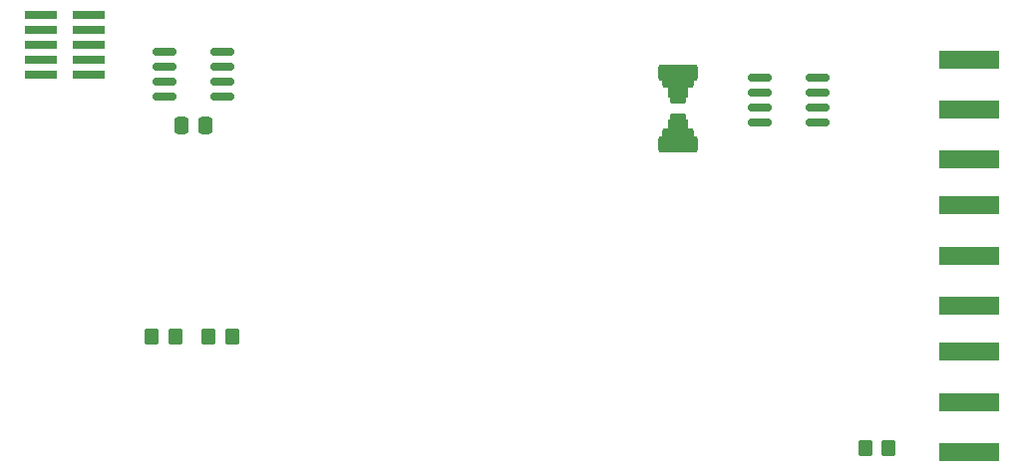
<source format=gbr>
%TF.GenerationSoftware,KiCad,Pcbnew,6.0.1*%
%TF.CreationDate,2022-03-08T15:25:22+01:00*%
%TF.ProjectId,glitcher,676c6974-6368-4657-922e-6b696361645f,4*%
%TF.SameCoordinates,Original*%
%TF.FileFunction,Paste,Top*%
%TF.FilePolarity,Positive*%
%FSLAX46Y46*%
G04 Gerber Fmt 4.6, Leading zero omitted, Abs format (unit mm)*
G04 Created by KiCad (PCBNEW 6.0.1) date 2022-03-08 15:25:22*
%MOMM*%
%LPD*%
G01*
G04 APERTURE LIST*
G04 Aperture macros list*
%AMRoundRect*
0 Rectangle with rounded corners*
0 $1 Rounding radius*
0 $2 $3 $4 $5 $6 $7 $8 $9 X,Y pos of 4 corners*
0 Add a 4 corners polygon primitive as box body*
4,1,4,$2,$3,$4,$5,$6,$7,$8,$9,$2,$3,0*
0 Add four circle primitives for the rounded corners*
1,1,$1+$1,$2,$3*
1,1,$1+$1,$4,$5*
1,1,$1+$1,$6,$7*
1,1,$1+$1,$8,$9*
0 Add four rect primitives between the rounded corners*
20,1,$1+$1,$2,$3,$4,$5,0*
20,1,$1+$1,$4,$5,$6,$7,0*
20,1,$1+$1,$6,$7,$8,$9,0*
20,1,$1+$1,$8,$9,$2,$3,0*%
G04 Aperture macros list end*
%ADD10RoundRect,0.250000X0.450000X-0.350000X0.450000X0.350000X-0.450000X0.350000X-0.450000X-0.350000X0*%
%ADD11R,5.080000X1.500000*%
%ADD12RoundRect,0.249999X1.075001X-0.450001X1.075001X0.450001X-1.075001X0.450001X-1.075001X-0.450001X0*%
%ADD13RoundRect,0.250000X0.350000X0.450000X-0.350000X0.450000X-0.350000X-0.450000X0.350000X-0.450000X0*%
%ADD14R,2.790000X0.740000*%
%ADD15RoundRect,0.250000X-0.350000X-0.450000X0.350000X-0.450000X0.350000X0.450000X-0.350000X0.450000X0*%
%ADD16RoundRect,0.249999X1.425001X-0.450001X1.425001X0.450001X-1.425001X0.450001X-1.425001X-0.450001X0*%
%ADD17RoundRect,0.250000X0.337500X0.475000X-0.337500X0.475000X-0.337500X-0.475000X0.337500X-0.475000X0*%
%ADD18RoundRect,0.250000X0.625000X-0.400000X0.625000X0.400000X-0.625000X0.400000X-0.625000X-0.400000X0*%
%ADD19RoundRect,0.150000X-0.825000X-0.150000X0.825000X-0.150000X0.825000X0.150000X-0.825000X0.150000X0*%
G04 APERTURE END LIST*
D10*
%TO.C,R300d1*%
X135128000Y-88179000D03*
X135128000Y-86179000D03*
%TD*%
D11*
%TO.C,J206*%
X159845000Y-87287000D03*
X159845000Y-91537000D03*
X159845000Y-83037000D03*
%TD*%
D12*
%TO.C,R300b1*%
X135128000Y-89579000D03*
X135128000Y-84779000D03*
%TD*%
D13*
%TO.C,R200*%
X153035000Y-116078000D03*
X151035000Y-116078000D03*
%TD*%
D14*
%TO.C,J102*%
X85094000Y-84326000D03*
X81024000Y-84326000D03*
X85094000Y-83056000D03*
X81024000Y-83056000D03*
X85094000Y-81786000D03*
X81024000Y-81786000D03*
X85094000Y-80516000D03*
X81024000Y-80516000D03*
X85094000Y-79246000D03*
X81024000Y-79246000D03*
%TD*%
D15*
%TO.C,R500*%
X90424000Y-106553000D03*
X92424000Y-106553000D03*
%TD*%
D16*
%TO.C,R300*%
X135150000Y-90229000D03*
X135150000Y-84129000D03*
%TD*%
D17*
%TO.C,C401*%
X95017500Y-88598819D03*
X92942500Y-88598819D03*
%TD*%
D18*
%TO.C,R300c1*%
X135128000Y-88729000D03*
X135128000Y-85629000D03*
%TD*%
D19*
%TO.C,U401a*%
X91505000Y-82375819D03*
X91505000Y-83645819D03*
X91505000Y-84915819D03*
X91505000Y-86185819D03*
X96455000Y-86185819D03*
X96455000Y-84915819D03*
X96455000Y-83645819D03*
X96455000Y-82375819D03*
%TD*%
D15*
%TO.C,R501*%
X95250000Y-106553000D03*
X97250000Y-106553000D03*
%TD*%
D11*
%TO.C,J204*%
X159888000Y-99695000D03*
X159888000Y-103945000D03*
X159888000Y-95445000D03*
%TD*%
D19*
%TO.C,Q300*%
X142051000Y-84582000D03*
X142051000Y-85852000D03*
X142051000Y-87122000D03*
X142051000Y-88392000D03*
X147001000Y-88392000D03*
X147001000Y-87122000D03*
X147001000Y-85852000D03*
X147001000Y-84582000D03*
%TD*%
D11*
%TO.C,J203*%
X159888000Y-112141000D03*
X159888000Y-116391000D03*
X159888000Y-107891000D03*
%TD*%
M02*

</source>
